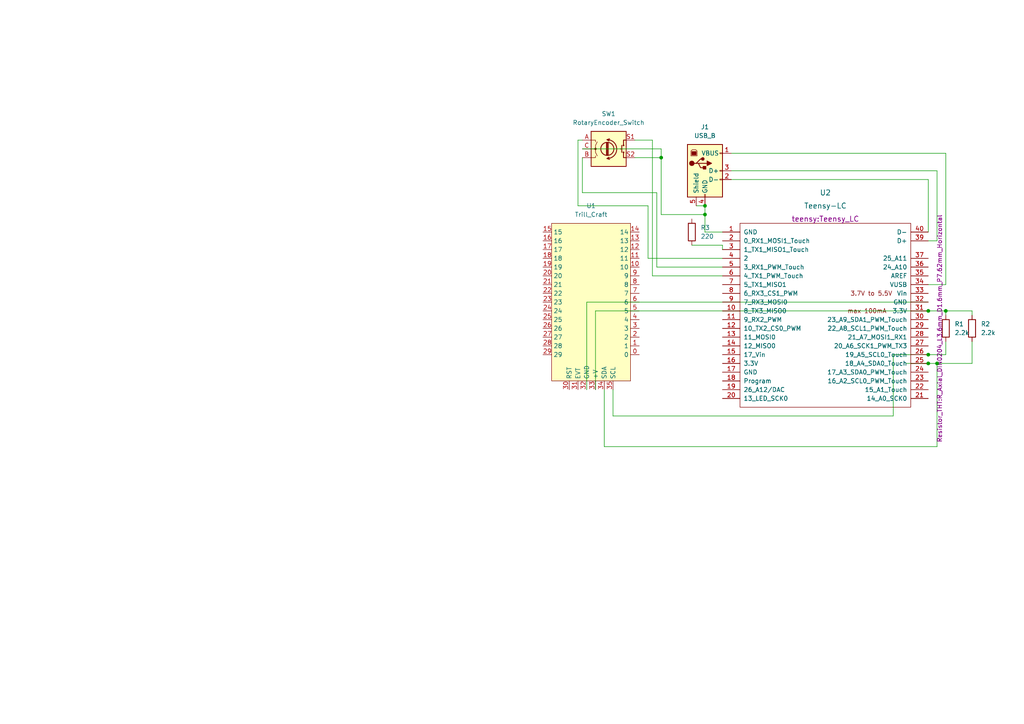
<source format=kicad_sch>
(kicad_sch (version 20211123) (generator eeschema)
  (paper "A4")
  (lib_symbols
    (symbol "Connector:USB_B" (pin_names (offset 1.016))
      (property "Reference" "J" (at -5.08 11.43 0))
      (property "Value" "USB_B" (at -5.08 8.89 0))
      (symbol "USB_B_0_1"
        (rectangle (start -5.08 -7.62) (end 5.08 7.62) (stroke (width 0.254)) (fill (type background)))
        (circle (center -3.81 2.159) (radius 0.635) (stroke (width 0.254)) (fill (type outline)))
        (rectangle (start -3.81 5.588) (end -2.54 4.572) (fill (type outline)))
        (circle (center -0.635 3.429) (radius 0.381) (stroke (width 0.254)) (fill (type outline)))
        (rectangle (start -0.127 -7.62) (end 0.127 -6.858))
        (polyline (pts (xy -1.905 2.159) (xy 0.635 2.159)) (stroke (width 0.254)))
        (polyline (pts (xy -3.175 2.159) (xy -2.54 2.159) (xy -1.27 3.429) (xy -0.635 3.429)) (stroke (width 0.254)))
        (polyline (pts (xy -2.54 2.159) (xy -1.905 2.159) (xy -1.27 0.889) (xy 0 0.889)) (stroke (width 0.254)))
        (polyline (pts (xy 0.635 2.794) (xy 0.635 1.524) (xy 1.905 2.159) (xy 0.635 2.794)) (stroke (width 0.254)) (fill (type outline)))
        (polyline (pts (xy -4.064 4.318) (xy -2.286 4.318) (xy -2.286 5.715) (xy -2.667 6.096) (xy -3.683 6.096) (xy -4.064 5.715) (xy -4.064 4.318)))
        (rectangle (start 0.254 1.27) (end -0.508 0.508) (stroke (width 0.254)) (fill (type outline)))
        (rectangle (start 5.08 -2.667) (end 4.318 -2.413))
        (rectangle (start 5.08 -0.127) (end 4.318 0.127))
        (rectangle (start 5.08 4.953) (end 4.318 5.207))
      )
      (symbol "USB_B_1_1"
        (pin power_out line (at 7.62 5.08 180) (length 2.54) (name "VBUS") (number "1"))
        (pin bidirectional line (at 7.62 -2.54 180) (length 2.54) (name "D-") (number "2"))
        (pin bidirectional line (at 7.62 0 180) (length 2.54) (name "D+") (number "3"))
        (pin power_out line (at 0 -10.16 90) (length 2.54) (name "GND") (number "4"))
        (pin passive line (at -2.54 -10.16 90) (length 2.54) (name "Shield") (number "5"))
      )
    )
    (symbol "Device:R" (pin_numbers hide) (pin_names (offset 0))
      (property "Reference" "R" (at 2.032 0 90))
      (property "Value" "R" (at 0 0 90))
      (symbol "R_0_1"
        (rectangle (start -1.016 -2.54) (end 1.016 2.54) (stroke (width 0.254)))
      )
      (symbol "R_1_1"
        (pin passive line (at 0 3.81 270) (length 1.27) (name "~") (number "1"))
        (pin passive line (at 0 -3.81 90) (length 1.27) (name "~") (number "2"))
      )
    )
    (symbol "Device:RotaryEncoder_Switch" (pin_names (offset 0.254) hide)
      (property "Reference" "SW" (at 0 6.604 0))
      (property "Value" "RotaryEncoder_Switch" (at 0 -6.604 0))
      (symbol "RotaryEncoder_Switch_0_1"
        (rectangle (start -5.08 5.08) (end 5.08 -5.08) (stroke (width 0.254)) (fill (type background)))
        (circle (center -3.81 0) (radius 0.254) (fill (type outline)))
        (arc (start -0.381 -2.794) (mid 2.3622 -0.0508) (end -0.381 2.667) (stroke (width 0.254)))
        (circle (center -0.381 0) (radius 1.905) (stroke (width 0.254)))
        (polyline (pts (xy -0.635 -1.778) (xy -0.635 1.778)) (stroke (width 0.254)))
        (polyline (pts (xy -0.381 -1.778) (xy -0.381 1.778)) (stroke (width 0.254)))
        (polyline (pts (xy -0.127 1.778) (xy -0.127 -1.778)) (stroke (width 0.254)))
        (polyline (pts (xy 3.81 0) (xy 3.429 0)) (stroke (width 0.254)))
        (polyline (pts (xy 3.81 1.016) (xy 3.81 -1.016)) (stroke (width 0.254)))
        (polyline (pts (xy -5.08 -2.54) (xy -3.81 -2.54) (xy -3.81 -2.032)))
        (polyline (pts (xy -5.08 2.54) (xy -3.81 2.54) (xy -3.81 2.032)))
        (polyline (pts (xy 0.254 -3.048) (xy -0.508 -2.794) (xy 0.127 -2.413)) (stroke (width 0.254)))
        (polyline (pts (xy 0.254 2.921) (xy -0.508 2.667) (xy 0.127 2.286)) (stroke (width 0.254)))
        (polyline (pts (xy 5.08 -2.54) (xy 4.318 -2.54) (xy 4.318 -1.016)) (stroke (width 0.254)))
        (polyline (pts (xy 5.08 2.54) (xy 4.318 2.54) (xy 4.318 1.016)) (stroke (width 0.254)))
        (polyline (pts (xy -5.08 0) (xy -3.81 0) (xy -3.81 -1.016) (xy -3.302 -2.032)))
        (polyline (pts (xy -4.318 0) (xy -3.81 0) (xy -3.81 1.016) (xy -3.302 2.032)))
        (circle (center 4.318 -1.016) (radius 0.127) (stroke (width 0.254)))
        (circle (center 4.318 1.016) (radius 0.127) (stroke (width 0.254)))
      )
      (symbol "RotaryEncoder_Switch_1_1"
        (pin passive line (at -7.62 2.54 0) (length 2.54) (name "A") (number "A"))
        (pin passive line (at -7.62 -2.54 0) (length 2.54) (name "B") (number "B"))
        (pin passive line (at -7.62 0 0) (length 2.54) (name "C") (number "C"))
        (pin passive line (at 7.62 2.54 180) (length 2.54) (name "S1") (number "S1"))
        (pin passive line (at 7.62 -2.54 180) (length 2.54) (name "S2") (number "S2"))
      )
    )
    (symbol "teensy:Teensy-LC" (pin_names (offset 1.016))
      (property "Reference" "U" (at 0 29.21 0))
      (property "Value" "Teensy-LC" (at 0 -29.21 0))
      (symbol "Teensy-LC_0_0"
        (text "3.7V to 5.5V" (at 13.97 6.35 0) (effects (font (size 1.27 1.27))))
        (text "max 100mA" (at 12.7 1.27 0) (effects (font (size 1.27 1.27))))
      )
      (symbol "Teensy-LC_0_1"
        (rectangle (start -24.13 26.67) (end 25.4 -26.67))
      )
      (symbol "Teensy-LC_1_1"
        (pin power_in line (at -29.21 24.13 0) (length 5.08) (name "GND") (number "1"))
        (pin bidirectional line (at -29.21 1.27 0) (length 5.08) (name "8_TX3_MISO0") (number "10"))
        (pin bidirectional line (at -29.21 -1.27 0) (length 5.08) (name "9_RX2_PWM") (number "11"))
        (pin bidirectional line (at -29.21 -3.81 0) (length 5.08) (name "10_TX2_CS0_PWM") (number "12"))
        (pin bidirectional line (at -29.21 -6.35 0) (length 5.08) (name "11_MOSI0") (number "13"))
        (pin bidirectional line (at -29.21 -8.89 0) (length 5.08) (name "12_MISO0") (number "14"))
        (pin output line (at -29.21 -11.43 0) (length 5.08) (name "17_Vin") (number "15"))
        (pin power_in line (at -29.21 -13.97 0) (length 5.08) (name "3.3V") (number "16"))
        (pin power_in line (at -29.21 -16.51 0) (length 5.08) (name "GND") (number "17"))
        (pin input line (at -29.21 -19.05 0) (length 5.08) (name "Program") (number "18"))
        (pin bidirectional line (at -29.21 -21.59 0) (length 5.08) (name "26_A12/DAC") (number "19"))
        (pin bidirectional line (at -29.21 21.59 0) (length 5.08) (name "0_RX1_MOSI1_Touch") (number "2"))
        (pin bidirectional line (at -29.21 -24.13 0) (length 5.08) (name "13_LED_SCK0") (number "20"))
        (pin bidirectional line (at 30.48 -24.13 180) (length 5.08) (name "14_A0_SCK0") (number "21"))
        (pin bidirectional line (at 30.48 -21.59 180) (length 5.08) (name "15_A1_Touch") (number "22"))
        (pin bidirectional line (at 30.48 -19.05 180) (length 5.08) (name "16_A2_SCL0_PWM_Touch") (number "23"))
        (pin bidirectional line (at 30.48 -16.51 180) (length 5.08) (name "17_A3_SDA0_PWM_Touch") (number "24"))
        (pin bidirectional line (at 30.48 -13.97 180) (length 5.08) (name "18_A4_SDA0_Touch") (number "25"))
        (pin bidirectional line (at 30.48 -11.43 180) (length 5.08) (name "19_A5_SCL0_Touch") (number "26"))
        (pin bidirectional line (at 30.48 -8.89 180) (length 5.08) (name "20_A6_SCK1_PWM_TX3") (number "27"))
        (pin bidirectional line (at 30.48 -6.35 180) (length 5.08) (name "21_A7_MOSI1_RX1") (number "28"))
        (pin bidirectional line (at 30.48 -3.81 180) (length 5.08) (name "22_A8_SCL1_PWM_Touch") (number "29"))
        (pin bidirectional line (at -29.21 19.05 0) (length 5.08) (name "1_TX1_MISO1_Touch") (number "3"))
        (pin bidirectional line (at 30.48 -1.27 180) (length 5.08) (name "23_A9_SDA1_PWM_Touch") (number "30"))
        (pin power_out line (at 30.48 1.27 180) (length 5.08) (name "3.3V") (number "31"))
        (pin power_in line (at 30.48 3.81 180) (length 5.08) (name "GND") (number "32"))
        (pin power_in line (at 30.48 6.35 180) (length 5.08) (name "Vin") (number "33"))
        (pin power_in line (at 30.48 8.89 180) (length 5.08) (name "VUSB") (number "34"))
        (pin input line (at 30.48 11.43 180) (length 5.08) (name "AREF") (number "35"))
        (pin bidirectional line (at 30.48 13.97 180) (length 5.08) (name "24_A10") (number "36"))
        (pin bidirectional line (at 30.48 16.51 180) (length 5.08) (name "25_A11") (number "37"))
        (pin bidirectional line (at 30.48 21.59 180) (length 5.08) (name "D+") (number "39"))
        (pin bidirectional line (at -29.21 16.51 0) (length 5.08) (name "2") (number "4"))
        (pin bidirectional line (at 30.48 24.13 180) (length 5.08) (name "D-") (number "40"))
        (pin bidirectional line (at -29.21 13.97 0) (length 5.08) (name "3_RX1_PWM_Touch") (number "5"))
        (pin bidirectional line (at -29.21 11.43 0) (length 5.08) (name "4_TX1_PWM_Touch") (number "6"))
        (pin bidirectional line (at -29.21 8.89 0) (length 5.08) (name "5_TX1_MISO1") (number "7"))
        (pin bidirectional line (at -29.21 6.35 0) (length 5.08) (name "6_RX3_CS1_PWM") (number "8"))
        (pin bidirectional line (at -29.21 3.81 0) (length 5.08) (name "7_RX3_MOSI0") (number "9"))
      )
    )
    (symbol "trill-symbols:Trill_Craft"
      (property "Reference" "U" (at 0 2.54 0))
      (property "Value" "Trill_Craft" (at 0 0 0))
      (symbol "Trill_Craft_0_1"
        (rectangle (start -11.43 21.59) (end 11.43 -24.13) (fill (type background)))
      )
      (symbol "Trill_Craft_1_1"
        (pin input line (at 13.97 -16.51 180) (length 2.54) (name "0") (number "0"))
        (pin input line (at 13.97 -13.97 180) (length 2.54) (name "1") (number "1"))
        (pin input line (at 13.97 8.89 180) (length 2.54) (name "10") (number "10"))
        (pin input line (at 13.97 11.43 180) (length 2.54) (name "11") (number "11"))
        (pin input line (at 13.97 13.97 180) (length 2.54) (name "12") (number "12"))
        (pin input line (at 13.97 16.51 180) (length 2.54) (name "13") (number "13"))
        (pin input line (at 13.97 19.05 180) (length 2.54) (name "14") (number "14"))
        (pin input line (at -13.97 19.05 0) (length 2.54) (name "15") (number "15"))
        (pin input line (at -13.97 16.51 0) (length 2.54) (name "16") (number "16"))
        (pin input line (at -13.97 13.97 0) (length 2.54) (name "17") (number "17"))
        (pin input line (at -13.97 11.43 0) (length 2.54) (name "18") (number "18"))
        (pin input line (at -13.97 8.89 0) (length 2.54) (name "19") (number "19"))
        (pin input line (at 13.97 -11.43 180) (length 2.54) (name "2") (number "2"))
        (pin input line (at -13.97 6.35 0) (length 2.54) (name "20") (number "20"))
        (pin input line (at -13.97 3.81 0) (length 2.54) (name "21") (number "21"))
        (pin input line (at -13.97 1.27 0) (length 2.54) (name "22") (number "22"))
        (pin input line (at -13.97 -1.27 0) (length 2.54) (name "23") (number "23"))
        (pin input line (at -13.97 -3.81 0) (length 2.54) (name "24") (number "24"))
        (pin input line (at -13.97 -6.35 0) (length 2.54) (name "25") (number "25"))
        (pin input line (at -13.97 -8.89 0) (length 2.54) (name "26") (number "26"))
        (pin input line (at -13.97 -11.43 0) (length 2.54) (name "27") (number "27"))
        (pin input line (at -13.97 -13.97 0) (length 2.54) (name "28") (number "28"))
        (pin input line (at -13.97 -16.51 0) (length 2.54) (name "29") (number "29"))
        (pin input line (at 13.97 -8.89 180) (length 2.54) (name "3") (number "3"))
        (pin input line (at -6.35 -26.67 90) (length 2.54) (name "RST") (number "30"))
        (pin input line (at -3.81 -26.67 90) (length 2.54) (name "EVT") (number "31"))
        (pin power_in line (at -1.27 -26.67 90) (length 2.54) (name "GND") (number "32"))
        (pin power_in line (at 1.27 -26.67 90) (length 2.54) (name "+V") (number "33"))
        (pin bidirectional line (at 3.81 -26.67 90) (length 2.54) (name "SDA") (number "34"))
        (pin bidirectional line (at 6.35 -26.67 90) (length 2.54) (name "SCL") (number "35"))
        (pin input line (at 13.97 -6.35 180) (length 2.54) (name "4") (number "4"))
        (pin input line (at 13.97 -3.81 180) (length 2.54) (name "5") (number "5"))
        (pin input line (at 13.97 -1.27 180) (length 2.54) (name "6") (number "6"))
        (pin input line (at 13.97 1.27 180) (length 2.54) (name "7") (number "7"))
        (pin input line (at 13.97 3.81 180) (length 2.54) (name "8") (number "8"))
        (pin input line (at 13.97 6.35 180) (length 2.54) (name "9") (number "9"))
      )
    )
  )
  (junction (at 204.47 62.23))
  (junction (at 274.32 90.17))
  (junction (at 191.77 45.72))
  (junction (at 269.24 105.41))
  (junction (at 204.47 59.69))
  (junction (at 269.24 90.17))
  (junction (at 269.24 102.87))
  (junction (at 271.78 105.41))
  (wire (pts (xy 187.96 59.69) (xy 187.96 74.93)))
  (wire (pts (xy 281.94 105.41) (xy 281.94 99.06)))
  (wire (pts (xy 269.24 69.85) (xy 271.78 69.85)))
  (wire (pts (xy 187.96 74.93) (xy 209.55 74.93)))
  (wire (pts (xy 269.24 82.55) (xy 274.32 82.55)))
  (wire (pts (xy 274.32 91.44) (xy 274.32 90.17)))
  (wire (pts (xy 269.24 102.87) (xy 274.32 102.87)))
  (wire (pts (xy 170.18 87.63) (xy 170.18 113.03)))
  (wire (pts (xy 259.08 102.87) (xy 269.24 102.87)))
  (wire (pts (xy 269.24 90.17) (xy 274.32 90.17)))
  (wire (pts (xy 168.91 43.18) (xy 191.77 43.18)))
  (wire (pts (xy 175.26 129.54) (xy 271.78 129.54)))
  (wire (pts (xy 269.24 52.07) (xy 212.09 52.07)))
  (wire (pts (xy 274.32 90.17) (xy 281.94 90.17)))
  (wire (pts (xy 168.91 55.88) (xy 190.5 55.88)))
  (wire (pts (xy 201.93 59.69) (xy 204.47 59.69)))
  (wire (pts (xy 167.64 59.69) (xy 187.96 59.69)))
  (wire (pts (xy 190.5 55.88) (xy 190.5 77.47)))
  (wire (pts (xy 204.47 67.31) (xy 204.47 62.23)))
  (wire (pts (xy 168.91 40.64) (xy 167.64 40.64)))
  (wire (pts (xy 269.24 67.31) (xy 269.24 52.07)))
  (wire (pts (xy 274.32 82.55) (xy 274.32 44.45)))
  (wire (pts (xy 271.78 129.54) (xy 271.78 105.41)))
  (wire (pts (xy 191.77 43.18) (xy 191.77 45.72)))
  (wire (pts (xy 172.72 90.17) (xy 269.24 90.17)))
  (wire (pts (xy 191.77 62.23) (xy 204.47 62.23)))
  (wire (pts (xy 200.66 71.12) (xy 209.55 71.12)))
  (wire (pts (xy 271.78 49.53) (xy 212.09 49.53)))
  (wire (pts (xy 168.91 45.72) (xy 168.91 55.88)))
  (wire (pts (xy 189.23 80.01) (xy 209.55 80.01)))
  (wire (pts (xy 172.72 90.17) (xy 172.72 113.03)))
  (wire (pts (xy 167.64 40.64) (xy 167.64 59.69)))
  (wire (pts (xy 271.78 105.41) (xy 281.94 105.41)))
  (wire (pts (xy 209.55 67.31) (xy 204.47 67.31)))
  (wire (pts (xy 177.8 113.03) (xy 177.8 120.65)))
  (wire (pts (xy 274.32 102.87) (xy 274.32 99.06)))
  (wire (pts (xy 191.77 45.72) (xy 191.77 62.23)))
  (wire (pts (xy 274.32 44.45) (xy 212.09 44.45)))
  (wire (pts (xy 170.18 87.63) (xy 269.24 87.63)))
  (wire (pts (xy 262.89 105.41) (xy 269.24 105.41)))
  (wire (pts (xy 184.15 45.72) (xy 191.77 45.72)))
  (wire (pts (xy 204.47 62.23) (xy 204.47 59.69)))
  (wire (pts (xy 184.15 40.64) (xy 189.23 40.64)))
  (wire (pts (xy 209.55 71.12) (xy 209.55 72.39)))
  (wire (pts (xy 190.5 77.47) (xy 209.55 77.47)))
  (wire (pts (xy 271.78 69.85) (xy 271.78 49.53)))
  (wire (pts (xy 189.23 40.64) (xy 189.23 80.01)))
  (wire (pts (xy 177.8 120.65) (xy 259.08 120.65)))
  (wire (pts (xy 269.24 105.41) (xy 271.78 105.41)))
  (wire (pts (xy 281.94 90.17) (xy 281.94 91.44)))
  (wire (pts (xy 175.26 113.03) (xy 175.26 129.54)))
  (wire (pts (xy 259.08 120.65) (xy 259.08 102.87)))
  (symbol (lib_id "Device:R") (at 281.94 95.25 0) (unit 1)
    (property "Reference" "R2" (at 284.48 93.9799 0) (effects (justify left)))
    (property "Value" "2.2k" (at 284.48 96.5199 0) (effects (justify left)))
    (property "Footprint" "Resistor_THT:R_Axial_DIN0204_L3.6mm_D1.6mm_P7.62mm_Horizontal" (effects hide))
  )
  (symbol (lib_id "Connector:USB_B") (at 204.47 49.53 0) (unit 1)
    (property "Reference" "J1" (at 204.47 36.83 0))
    (property "Value" "USB_B" (at 204.47 39.37 0))
    (property "Footprint" "Connector_USB:USB_B_Lumberg_2411_02_Horizontal" (effects hide))
    (property "Datasheet" " ~" (effects hide))
  )
  (symbol (lib_id "trill-symbols:Trill_Craft") (at 171.45 86.36 0) (unit 1)
    (property "Reference" "U1" (at 171.45 59.69 0))
    (property "Value" "Trill_Craft" (at 171.45 62.23 0))
    (property "Footprint" "trill-footprints:Trill_Craft" (effects hide))
    (property "Datasheet" "https://github.com/BelaPlatform/Trill/blob/master/trill_datasheet.pdf" (effects hide))
  )
  (symbol (lib_id "Device:R") (at 274.32 95.25 0) (unit 1)
    (property "Reference" "R1" (at 276.86 93.9799 0) (effects (justify left)))
    (property "Value" "2.2k" (at 276.86 96.5199 0) (effects (justify left)))
    (property "Footprint" "Resistor_THT:R_Axial_DIN0204_L3.6mm_D1.6mm_P7.62mm_Horizontal" (at 272.542 95.25 90))
  )
  (symbol (lib_id "teensy:Teensy-LC") (at 238.76 91.44 0) (unit 1)
    (property "Reference" "U2" (at 239.395 55.88 0) (effects (font (size 1.524 1.524))))
    (property "Value" "Teensy-LC" (at 239.395 59.69 0) (effects (font (size 1.524 1.524))))
    (property "Footprint" "teensy:Teensy_LC" (at 239.395 63.5 0) (effects (font (size 1.524 1.524))))
  )
  (symbol (lib_id "Device:R") (at 200.66 67.31 0) (unit 1)
    (property "Reference" "R3" (at 203.2 66.0399 0) (effects (justify left)))
    (property "Value" "220" (at 203.2 68.5799 0) (effects (justify left)))
    (property "Footprint" "Resistor_THT:R_Axial_DIN0204_L3.6mm_D1.6mm_P7.62mm_Horizontal" (effects hide))
  )
  (symbol (lib_id "Device:RotaryEncoder_Switch") (at 176.53 43.18 0) (unit 1)
    (property "Reference" "SW1" (at 176.53 33.02 0))
    (property "Value" "RotaryEncoder_Switch" (at 176.53 35.56 0))
    (property "Footprint" "Rotary_Encoder:RotaryEncoder_Alps_EC11E-Switch_Vertical_H20mm" (effects hide))
  )
)
</source>
